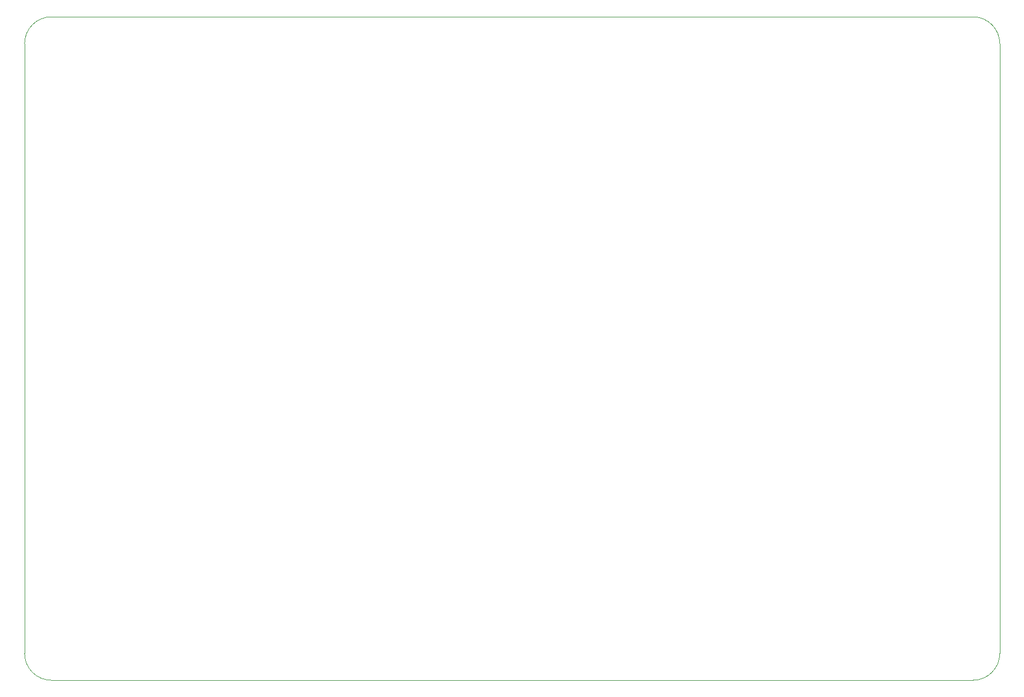
<source format=gm1>
%TF.GenerationSoftware,KiCad,Pcbnew,(6.0.10)*%
%TF.CreationDate,2022-12-28T18:35:22-06:00*%
%TF.ProjectId,Hardware_Rev1,48617264-7761-4726-955f-526576312e6b,rev?*%
%TF.SameCoordinates,Original*%
%TF.FileFunction,Profile,NP*%
%FSLAX46Y46*%
G04 Gerber Fmt 4.6, Leading zero omitted, Abs format (unit mm)*
G04 Created by KiCad (PCBNEW (6.0.10)) date 2022-12-28 18:35:22*
%MOMM*%
%LPD*%
G01*
G04 APERTURE LIST*
%TA.AperFunction,Profile*%
%ADD10C,0.050000*%
%TD*%
G04 APERTURE END LIST*
D10*
X52959000Y-147955000D02*
X192151000Y-147955000D01*
X48895000Y-51689000D02*
X48895000Y-143891000D01*
X192151000Y-147955000D02*
G75*
G03*
X196215000Y-143891000I0J4064000D01*
G01*
X196215000Y-143891000D02*
X196215000Y-51689000D01*
X192151000Y-47625000D02*
X52959000Y-47625000D01*
X48895000Y-143891000D02*
G75*
G03*
X52959000Y-147955000I4064000J0D01*
G01*
X52959000Y-47625000D02*
G75*
G03*
X48895000Y-51689000I0J-4064000D01*
G01*
X196215000Y-51689000D02*
G75*
G03*
X192151000Y-47625000I-4064000J0D01*
G01*
M02*

</source>
